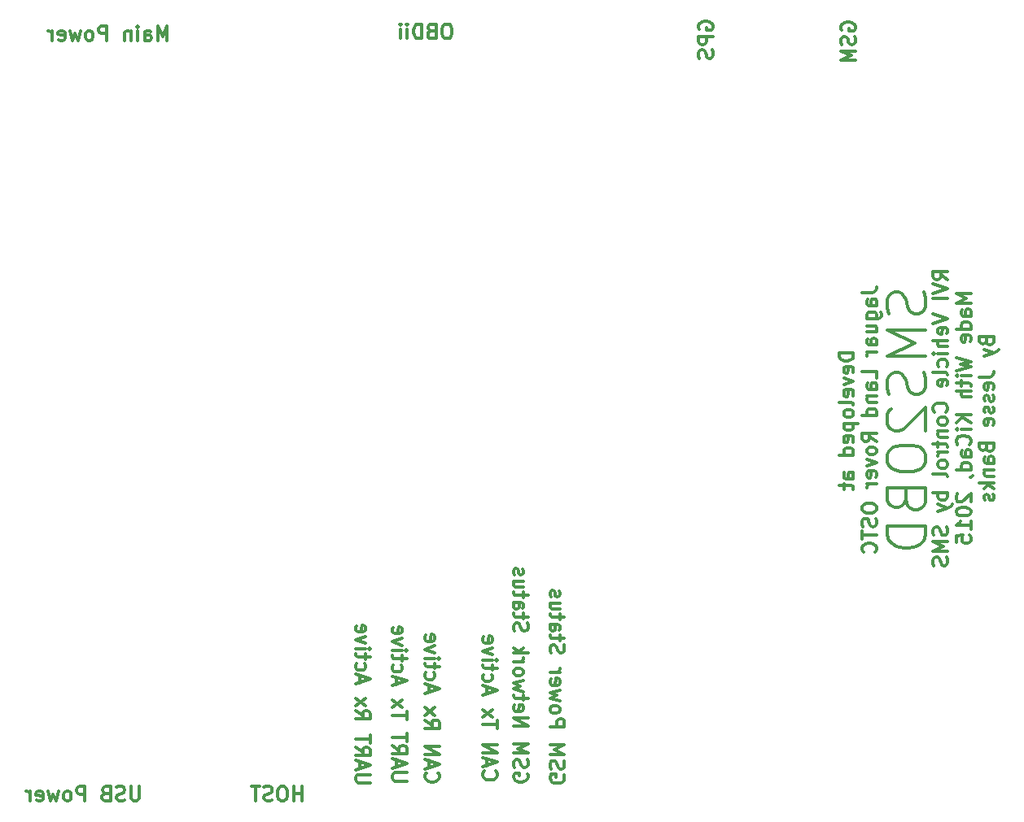
<source format=gbo>
G04 #@! TF.FileFunction,Legend,Bot*
%FSLAX46Y46*%
G04 Gerber Fmt 4.6, Leading zero omitted, Abs format (unit mm)*
G04 Created by KiCad (PCBNEW (2015-07-11 BZR 5925, Git c291b88)-product) date 8/5/2015 3:00:13 PM*
%MOMM*%
G01*
G04 APERTURE LIST*
%ADD10C,0.100000*%
%ADD11C,0.300000*%
G04 APERTURE END LIST*
D10*
D11*
X197078571Y-88000001D02*
X195578571Y-88000001D01*
X195578571Y-88357144D01*
X195650000Y-88571429D01*
X195792857Y-88714287D01*
X195935714Y-88785715D01*
X196221429Y-88857144D01*
X196435714Y-88857144D01*
X196721429Y-88785715D01*
X196864286Y-88714287D01*
X197007143Y-88571429D01*
X197078571Y-88357144D01*
X197078571Y-88000001D01*
X197007143Y-90071429D02*
X197078571Y-89928572D01*
X197078571Y-89642858D01*
X197007143Y-89500001D01*
X196864286Y-89428572D01*
X196292857Y-89428572D01*
X196150000Y-89500001D01*
X196078571Y-89642858D01*
X196078571Y-89928572D01*
X196150000Y-90071429D01*
X196292857Y-90142858D01*
X196435714Y-90142858D01*
X196578571Y-89428572D01*
X196078571Y-90642858D02*
X197078571Y-91000001D01*
X196078571Y-91357143D01*
X197007143Y-92500000D02*
X197078571Y-92357143D01*
X197078571Y-92071429D01*
X197007143Y-91928572D01*
X196864286Y-91857143D01*
X196292857Y-91857143D01*
X196150000Y-91928572D01*
X196078571Y-92071429D01*
X196078571Y-92357143D01*
X196150000Y-92500000D01*
X196292857Y-92571429D01*
X196435714Y-92571429D01*
X196578571Y-91857143D01*
X197078571Y-93428572D02*
X197007143Y-93285714D01*
X196864286Y-93214286D01*
X195578571Y-93214286D01*
X197078571Y-94214286D02*
X197007143Y-94071428D01*
X196935714Y-94000000D01*
X196792857Y-93928571D01*
X196364286Y-93928571D01*
X196221429Y-94000000D01*
X196150000Y-94071428D01*
X196078571Y-94214286D01*
X196078571Y-94428571D01*
X196150000Y-94571428D01*
X196221429Y-94642857D01*
X196364286Y-94714286D01*
X196792857Y-94714286D01*
X196935714Y-94642857D01*
X197007143Y-94571428D01*
X197078571Y-94428571D01*
X197078571Y-94214286D01*
X196078571Y-95357143D02*
X197578571Y-95357143D01*
X196150000Y-95357143D02*
X196078571Y-95500000D01*
X196078571Y-95785714D01*
X196150000Y-95928571D01*
X196221429Y-96000000D01*
X196364286Y-96071429D01*
X196792857Y-96071429D01*
X196935714Y-96000000D01*
X197007143Y-95928571D01*
X197078571Y-95785714D01*
X197078571Y-95500000D01*
X197007143Y-95357143D01*
X197007143Y-97285714D02*
X197078571Y-97142857D01*
X197078571Y-96857143D01*
X197007143Y-96714286D01*
X196864286Y-96642857D01*
X196292857Y-96642857D01*
X196150000Y-96714286D01*
X196078571Y-96857143D01*
X196078571Y-97142857D01*
X196150000Y-97285714D01*
X196292857Y-97357143D01*
X196435714Y-97357143D01*
X196578571Y-96642857D01*
X197078571Y-98642857D02*
X195578571Y-98642857D01*
X197007143Y-98642857D02*
X197078571Y-98500000D01*
X197078571Y-98214286D01*
X197007143Y-98071428D01*
X196935714Y-98000000D01*
X196792857Y-97928571D01*
X196364286Y-97928571D01*
X196221429Y-98000000D01*
X196150000Y-98071428D01*
X196078571Y-98214286D01*
X196078571Y-98500000D01*
X196150000Y-98642857D01*
X197078571Y-101142857D02*
X196292857Y-101142857D01*
X196150000Y-101071428D01*
X196078571Y-100928571D01*
X196078571Y-100642857D01*
X196150000Y-100500000D01*
X197007143Y-101142857D02*
X197078571Y-101000000D01*
X197078571Y-100642857D01*
X197007143Y-100500000D01*
X196864286Y-100428571D01*
X196721429Y-100428571D01*
X196578571Y-100500000D01*
X196507143Y-100642857D01*
X196507143Y-101000000D01*
X196435714Y-101142857D01*
X196078571Y-101642857D02*
X196078571Y-102214286D01*
X195578571Y-101857143D02*
X196864286Y-101857143D01*
X197007143Y-101928571D01*
X197078571Y-102071429D01*
X197078571Y-102214286D01*
X197978571Y-81750000D02*
X199050000Y-81750000D01*
X199264286Y-81678572D01*
X199407143Y-81535715D01*
X199478571Y-81321429D01*
X199478571Y-81178572D01*
X199478571Y-83107143D02*
X198692857Y-83107143D01*
X198550000Y-83035714D01*
X198478571Y-82892857D01*
X198478571Y-82607143D01*
X198550000Y-82464286D01*
X199407143Y-83107143D02*
X199478571Y-82964286D01*
X199478571Y-82607143D01*
X199407143Y-82464286D01*
X199264286Y-82392857D01*
X199121429Y-82392857D01*
X198978571Y-82464286D01*
X198907143Y-82607143D01*
X198907143Y-82964286D01*
X198835714Y-83107143D01*
X198478571Y-84464286D02*
X199692857Y-84464286D01*
X199835714Y-84392857D01*
X199907143Y-84321429D01*
X199978571Y-84178572D01*
X199978571Y-83964286D01*
X199907143Y-83821429D01*
X199407143Y-84464286D02*
X199478571Y-84321429D01*
X199478571Y-84035715D01*
X199407143Y-83892857D01*
X199335714Y-83821429D01*
X199192857Y-83750000D01*
X198764286Y-83750000D01*
X198621429Y-83821429D01*
X198550000Y-83892857D01*
X198478571Y-84035715D01*
X198478571Y-84321429D01*
X198550000Y-84464286D01*
X198478571Y-85821429D02*
X199478571Y-85821429D01*
X198478571Y-85178572D02*
X199264286Y-85178572D01*
X199407143Y-85250000D01*
X199478571Y-85392858D01*
X199478571Y-85607143D01*
X199407143Y-85750000D01*
X199335714Y-85821429D01*
X199478571Y-87178572D02*
X198692857Y-87178572D01*
X198550000Y-87107143D01*
X198478571Y-86964286D01*
X198478571Y-86678572D01*
X198550000Y-86535715D01*
X199407143Y-87178572D02*
X199478571Y-87035715D01*
X199478571Y-86678572D01*
X199407143Y-86535715D01*
X199264286Y-86464286D01*
X199121429Y-86464286D01*
X198978571Y-86535715D01*
X198907143Y-86678572D01*
X198907143Y-87035715D01*
X198835714Y-87178572D01*
X199478571Y-87892858D02*
X198478571Y-87892858D01*
X198764286Y-87892858D02*
X198621429Y-87964286D01*
X198550000Y-88035715D01*
X198478571Y-88178572D01*
X198478571Y-88321429D01*
X199478571Y-90678572D02*
X199478571Y-89964286D01*
X197978571Y-89964286D01*
X199478571Y-91821429D02*
X198692857Y-91821429D01*
X198550000Y-91750000D01*
X198478571Y-91607143D01*
X198478571Y-91321429D01*
X198550000Y-91178572D01*
X199407143Y-91821429D02*
X199478571Y-91678572D01*
X199478571Y-91321429D01*
X199407143Y-91178572D01*
X199264286Y-91107143D01*
X199121429Y-91107143D01*
X198978571Y-91178572D01*
X198907143Y-91321429D01*
X198907143Y-91678572D01*
X198835714Y-91821429D01*
X198478571Y-92535715D02*
X199478571Y-92535715D01*
X198621429Y-92535715D02*
X198550000Y-92607143D01*
X198478571Y-92750001D01*
X198478571Y-92964286D01*
X198550000Y-93107143D01*
X198692857Y-93178572D01*
X199478571Y-93178572D01*
X199478571Y-94535715D02*
X197978571Y-94535715D01*
X199407143Y-94535715D02*
X199478571Y-94392858D01*
X199478571Y-94107144D01*
X199407143Y-93964286D01*
X199335714Y-93892858D01*
X199192857Y-93821429D01*
X198764286Y-93821429D01*
X198621429Y-93892858D01*
X198550000Y-93964286D01*
X198478571Y-94107144D01*
X198478571Y-94392858D01*
X198550000Y-94535715D01*
X199478571Y-97250001D02*
X198764286Y-96750001D01*
X199478571Y-96392858D02*
X197978571Y-96392858D01*
X197978571Y-96964286D01*
X198050000Y-97107144D01*
X198121429Y-97178572D01*
X198264286Y-97250001D01*
X198478571Y-97250001D01*
X198621429Y-97178572D01*
X198692857Y-97107144D01*
X198764286Y-96964286D01*
X198764286Y-96392858D01*
X199478571Y-98107144D02*
X199407143Y-97964286D01*
X199335714Y-97892858D01*
X199192857Y-97821429D01*
X198764286Y-97821429D01*
X198621429Y-97892858D01*
X198550000Y-97964286D01*
X198478571Y-98107144D01*
X198478571Y-98321429D01*
X198550000Y-98464286D01*
X198621429Y-98535715D01*
X198764286Y-98607144D01*
X199192857Y-98607144D01*
X199335714Y-98535715D01*
X199407143Y-98464286D01*
X199478571Y-98321429D01*
X199478571Y-98107144D01*
X198478571Y-99107144D02*
X199478571Y-99464287D01*
X198478571Y-99821429D01*
X199407143Y-100964286D02*
X199478571Y-100821429D01*
X199478571Y-100535715D01*
X199407143Y-100392858D01*
X199264286Y-100321429D01*
X198692857Y-100321429D01*
X198550000Y-100392858D01*
X198478571Y-100535715D01*
X198478571Y-100821429D01*
X198550000Y-100964286D01*
X198692857Y-101035715D01*
X198835714Y-101035715D01*
X198978571Y-100321429D01*
X199478571Y-101678572D02*
X198478571Y-101678572D01*
X198764286Y-101678572D02*
X198621429Y-101750000D01*
X198550000Y-101821429D01*
X198478571Y-101964286D01*
X198478571Y-102107143D01*
X197978571Y-104035714D02*
X197978571Y-104321428D01*
X198050000Y-104464286D01*
X198192857Y-104607143D01*
X198478571Y-104678571D01*
X198978571Y-104678571D01*
X199264286Y-104607143D01*
X199407143Y-104464286D01*
X199478571Y-104321428D01*
X199478571Y-104035714D01*
X199407143Y-103892857D01*
X199264286Y-103750000D01*
X198978571Y-103678571D01*
X198478571Y-103678571D01*
X198192857Y-103750000D01*
X198050000Y-103892857D01*
X197978571Y-104035714D01*
X199407143Y-105250000D02*
X199478571Y-105464286D01*
X199478571Y-105821429D01*
X199407143Y-105964286D01*
X199335714Y-106035715D01*
X199192857Y-106107143D01*
X199050000Y-106107143D01*
X198907143Y-106035715D01*
X198835714Y-105964286D01*
X198764286Y-105821429D01*
X198692857Y-105535715D01*
X198621429Y-105392857D01*
X198550000Y-105321429D01*
X198407143Y-105250000D01*
X198264286Y-105250000D01*
X198121429Y-105321429D01*
X198050000Y-105392857D01*
X197978571Y-105535715D01*
X197978571Y-105892857D01*
X198050000Y-106107143D01*
X197978571Y-106535714D02*
X197978571Y-107392857D01*
X199478571Y-106964286D02*
X197978571Y-106964286D01*
X199335714Y-108750000D02*
X199407143Y-108678571D01*
X199478571Y-108464285D01*
X199478571Y-108321428D01*
X199407143Y-108107143D01*
X199264286Y-107964285D01*
X199121429Y-107892857D01*
X198835714Y-107821428D01*
X198621429Y-107821428D01*
X198335714Y-107892857D01*
X198192857Y-107964285D01*
X198050000Y-108107143D01*
X197978571Y-108321428D01*
X197978571Y-108464285D01*
X198050000Y-108678571D01*
X198121429Y-108750000D01*
X139700000Y-134678571D02*
X139700000Y-133178571D01*
X139700000Y-133892857D02*
X138842857Y-133892857D01*
X138842857Y-134678571D02*
X138842857Y-133178571D01*
X137842857Y-133178571D02*
X137557143Y-133178571D01*
X137414285Y-133250000D01*
X137271428Y-133392857D01*
X137200000Y-133678571D01*
X137200000Y-134178571D01*
X137271428Y-134464286D01*
X137414285Y-134607143D01*
X137557143Y-134678571D01*
X137842857Y-134678571D01*
X137985714Y-134607143D01*
X138128571Y-134464286D01*
X138200000Y-134178571D01*
X138200000Y-133678571D01*
X138128571Y-133392857D01*
X137985714Y-133250000D01*
X137842857Y-133178571D01*
X136628571Y-134607143D02*
X136414285Y-134678571D01*
X136057142Y-134678571D01*
X135914285Y-134607143D01*
X135842856Y-134535714D01*
X135771428Y-134392857D01*
X135771428Y-134250000D01*
X135842856Y-134107143D01*
X135914285Y-134035714D01*
X136057142Y-133964286D01*
X136342856Y-133892857D01*
X136485714Y-133821429D01*
X136557142Y-133750000D01*
X136628571Y-133607143D01*
X136628571Y-133464286D01*
X136557142Y-133321429D01*
X136485714Y-133250000D01*
X136342856Y-133178571D01*
X135985714Y-133178571D01*
X135771428Y-133250000D01*
X135342857Y-133178571D02*
X134485714Y-133178571D01*
X134914285Y-134678571D02*
X134914285Y-133178571D01*
X122785714Y-133178571D02*
X122785714Y-134392857D01*
X122714286Y-134535714D01*
X122642857Y-134607143D01*
X122500000Y-134678571D01*
X122214286Y-134678571D01*
X122071428Y-134607143D01*
X122000000Y-134535714D01*
X121928571Y-134392857D01*
X121928571Y-133178571D01*
X121285714Y-134607143D02*
X121071428Y-134678571D01*
X120714285Y-134678571D01*
X120571428Y-134607143D01*
X120499999Y-134535714D01*
X120428571Y-134392857D01*
X120428571Y-134250000D01*
X120499999Y-134107143D01*
X120571428Y-134035714D01*
X120714285Y-133964286D01*
X120999999Y-133892857D01*
X121142857Y-133821429D01*
X121214285Y-133750000D01*
X121285714Y-133607143D01*
X121285714Y-133464286D01*
X121214285Y-133321429D01*
X121142857Y-133250000D01*
X120999999Y-133178571D01*
X120642857Y-133178571D01*
X120428571Y-133250000D01*
X119285714Y-133892857D02*
X119071428Y-133964286D01*
X119000000Y-134035714D01*
X118928571Y-134178571D01*
X118928571Y-134392857D01*
X119000000Y-134535714D01*
X119071428Y-134607143D01*
X119214286Y-134678571D01*
X119785714Y-134678571D01*
X119785714Y-133178571D01*
X119285714Y-133178571D01*
X119142857Y-133250000D01*
X119071428Y-133321429D01*
X119000000Y-133464286D01*
X119000000Y-133607143D01*
X119071428Y-133750000D01*
X119142857Y-133821429D01*
X119285714Y-133892857D01*
X119785714Y-133892857D01*
X117142857Y-134678571D02*
X117142857Y-133178571D01*
X116571429Y-133178571D01*
X116428571Y-133250000D01*
X116357143Y-133321429D01*
X116285714Y-133464286D01*
X116285714Y-133678571D01*
X116357143Y-133821429D01*
X116428571Y-133892857D01*
X116571429Y-133964286D01*
X117142857Y-133964286D01*
X115428571Y-134678571D02*
X115571429Y-134607143D01*
X115642857Y-134535714D01*
X115714286Y-134392857D01*
X115714286Y-133964286D01*
X115642857Y-133821429D01*
X115571429Y-133750000D01*
X115428571Y-133678571D01*
X115214286Y-133678571D01*
X115071429Y-133750000D01*
X115000000Y-133821429D01*
X114928571Y-133964286D01*
X114928571Y-134392857D01*
X115000000Y-134535714D01*
X115071429Y-134607143D01*
X115214286Y-134678571D01*
X115428571Y-134678571D01*
X114428571Y-133678571D02*
X114142857Y-134678571D01*
X113857143Y-133964286D01*
X113571428Y-134678571D01*
X113285714Y-133678571D01*
X112142857Y-134607143D02*
X112285714Y-134678571D01*
X112571428Y-134678571D01*
X112714285Y-134607143D01*
X112785714Y-134464286D01*
X112785714Y-133892857D01*
X112714285Y-133750000D01*
X112571428Y-133678571D01*
X112285714Y-133678571D01*
X112142857Y-133750000D01*
X112071428Y-133892857D01*
X112071428Y-134035714D01*
X112785714Y-134178571D01*
X111428571Y-134678571D02*
X111428571Y-133678571D01*
X111428571Y-133964286D02*
X111357143Y-133821429D01*
X111285714Y-133750000D01*
X111142857Y-133678571D01*
X111000000Y-133678571D01*
X154957143Y-53778571D02*
X154671429Y-53778571D01*
X154528571Y-53850000D01*
X154385714Y-53992857D01*
X154314286Y-54278571D01*
X154314286Y-54778571D01*
X154385714Y-55064286D01*
X154528571Y-55207143D01*
X154671429Y-55278571D01*
X154957143Y-55278571D01*
X155100000Y-55207143D01*
X155242857Y-55064286D01*
X155314286Y-54778571D01*
X155314286Y-54278571D01*
X155242857Y-53992857D01*
X155100000Y-53850000D01*
X154957143Y-53778571D01*
X153171428Y-54492857D02*
X152957142Y-54564286D01*
X152885714Y-54635714D01*
X152814285Y-54778571D01*
X152814285Y-54992857D01*
X152885714Y-55135714D01*
X152957142Y-55207143D01*
X153100000Y-55278571D01*
X153671428Y-55278571D01*
X153671428Y-53778571D01*
X153171428Y-53778571D01*
X153028571Y-53850000D01*
X152957142Y-53921429D01*
X152885714Y-54064286D01*
X152885714Y-54207143D01*
X152957142Y-54350000D01*
X153028571Y-54421429D01*
X153171428Y-54492857D01*
X153671428Y-54492857D01*
X152171428Y-55278571D02*
X152171428Y-53778571D01*
X151814285Y-53778571D01*
X151600000Y-53850000D01*
X151457142Y-53992857D01*
X151385714Y-54135714D01*
X151314285Y-54421429D01*
X151314285Y-54635714D01*
X151385714Y-54921429D01*
X151457142Y-55064286D01*
X151600000Y-55207143D01*
X151814285Y-55278571D01*
X152171428Y-55278571D01*
X150671428Y-55278571D02*
X150671428Y-54278571D01*
X150671428Y-53778571D02*
X150742857Y-53850000D01*
X150671428Y-53921429D01*
X150600000Y-53850000D01*
X150671428Y-53778571D01*
X150671428Y-53921429D01*
X149957142Y-55278571D02*
X149957142Y-54278571D01*
X149957142Y-53778571D02*
X150028571Y-53850000D01*
X149957142Y-53921429D01*
X149885714Y-53850000D01*
X149957142Y-53778571D01*
X149957142Y-53921429D01*
X125707143Y-55478571D02*
X125707143Y-53978571D01*
X125207143Y-55050000D01*
X124707143Y-53978571D01*
X124707143Y-55478571D01*
X123350000Y-55478571D02*
X123350000Y-54692857D01*
X123421429Y-54550000D01*
X123564286Y-54478571D01*
X123850000Y-54478571D01*
X123992857Y-54550000D01*
X123350000Y-55407143D02*
X123492857Y-55478571D01*
X123850000Y-55478571D01*
X123992857Y-55407143D01*
X124064286Y-55264286D01*
X124064286Y-55121429D01*
X123992857Y-54978571D01*
X123850000Y-54907143D01*
X123492857Y-54907143D01*
X123350000Y-54835714D01*
X122635714Y-55478571D02*
X122635714Y-54478571D01*
X122635714Y-53978571D02*
X122707143Y-54050000D01*
X122635714Y-54121429D01*
X122564286Y-54050000D01*
X122635714Y-53978571D01*
X122635714Y-54121429D01*
X121921428Y-54478571D02*
X121921428Y-55478571D01*
X121921428Y-54621429D02*
X121850000Y-54550000D01*
X121707142Y-54478571D01*
X121492857Y-54478571D01*
X121350000Y-54550000D01*
X121278571Y-54692857D01*
X121278571Y-55478571D01*
X119421428Y-55478571D02*
X119421428Y-53978571D01*
X118850000Y-53978571D01*
X118707142Y-54050000D01*
X118635714Y-54121429D01*
X118564285Y-54264286D01*
X118564285Y-54478571D01*
X118635714Y-54621429D01*
X118707142Y-54692857D01*
X118850000Y-54764286D01*
X119421428Y-54764286D01*
X117707142Y-55478571D02*
X117850000Y-55407143D01*
X117921428Y-55335714D01*
X117992857Y-55192857D01*
X117992857Y-54764286D01*
X117921428Y-54621429D01*
X117850000Y-54550000D01*
X117707142Y-54478571D01*
X117492857Y-54478571D01*
X117350000Y-54550000D01*
X117278571Y-54621429D01*
X117207142Y-54764286D01*
X117207142Y-55192857D01*
X117278571Y-55335714D01*
X117350000Y-55407143D01*
X117492857Y-55478571D01*
X117707142Y-55478571D01*
X116707142Y-54478571D02*
X116421428Y-55478571D01*
X116135714Y-54764286D01*
X115849999Y-55478571D01*
X115564285Y-54478571D01*
X114421428Y-55407143D02*
X114564285Y-55478571D01*
X114849999Y-55478571D01*
X114992856Y-55407143D01*
X115064285Y-55264286D01*
X115064285Y-54692857D01*
X114992856Y-54550000D01*
X114849999Y-54478571D01*
X114564285Y-54478571D01*
X114421428Y-54550000D01*
X114349999Y-54692857D01*
X114349999Y-54835714D01*
X115064285Y-54978571D01*
X113707142Y-55478571D02*
X113707142Y-54478571D01*
X113707142Y-54764286D02*
X113635714Y-54621429D01*
X113564285Y-54550000D01*
X113421428Y-54478571D01*
X113278571Y-54478571D01*
X146821429Y-132778571D02*
X145607143Y-132778571D01*
X145464286Y-132707143D01*
X145392857Y-132635714D01*
X145321429Y-132492857D01*
X145321429Y-132207143D01*
X145392857Y-132064285D01*
X145464286Y-131992857D01*
X145607143Y-131921428D01*
X146821429Y-131921428D01*
X145750000Y-131278571D02*
X145750000Y-130564285D01*
X145321429Y-131421428D02*
X146821429Y-130921428D01*
X145321429Y-130421428D01*
X145321429Y-129064285D02*
X146035714Y-129564285D01*
X145321429Y-129921428D02*
X146821429Y-129921428D01*
X146821429Y-129350000D01*
X146750000Y-129207142D01*
X146678571Y-129135714D01*
X146535714Y-129064285D01*
X146321429Y-129064285D01*
X146178571Y-129135714D01*
X146107143Y-129207142D01*
X146035714Y-129350000D01*
X146035714Y-129921428D01*
X146821429Y-128635714D02*
X146821429Y-127778571D01*
X145321429Y-128207142D02*
X146821429Y-128207142D01*
X145321429Y-125278571D02*
X146035714Y-125778571D01*
X145321429Y-126135714D02*
X146821429Y-126135714D01*
X146821429Y-125564286D01*
X146750000Y-125421428D01*
X146678571Y-125350000D01*
X146535714Y-125278571D01*
X146321429Y-125278571D01*
X146178571Y-125350000D01*
X146107143Y-125421428D01*
X146035714Y-125564286D01*
X146035714Y-126135714D01*
X145321429Y-124778571D02*
X146321429Y-123992857D01*
X146321429Y-124778571D02*
X145321429Y-123992857D01*
X145750000Y-122350000D02*
X145750000Y-121635714D01*
X145321429Y-122492857D02*
X146821429Y-121992857D01*
X145321429Y-121492857D01*
X145392857Y-120350000D02*
X145321429Y-120492857D01*
X145321429Y-120778571D01*
X145392857Y-120921429D01*
X145464286Y-120992857D01*
X145607143Y-121064286D01*
X146035714Y-121064286D01*
X146178571Y-120992857D01*
X146250000Y-120921429D01*
X146321429Y-120778571D01*
X146321429Y-120492857D01*
X146250000Y-120350000D01*
X146321429Y-119921429D02*
X146321429Y-119350000D01*
X146821429Y-119707143D02*
X145535714Y-119707143D01*
X145392857Y-119635715D01*
X145321429Y-119492857D01*
X145321429Y-119350000D01*
X145321429Y-118850000D02*
X146321429Y-118850000D01*
X146821429Y-118850000D02*
X146750000Y-118921429D01*
X146678571Y-118850000D01*
X146750000Y-118778572D01*
X146821429Y-118850000D01*
X146678571Y-118850000D01*
X146321429Y-118278571D02*
X145321429Y-117921428D01*
X146321429Y-117564286D01*
X145392857Y-116421429D02*
X145321429Y-116564286D01*
X145321429Y-116850000D01*
X145392857Y-116992857D01*
X145535714Y-117064286D01*
X146107143Y-117064286D01*
X146250000Y-116992857D01*
X146321429Y-116850000D01*
X146321429Y-116564286D01*
X146250000Y-116421429D01*
X146107143Y-116350000D01*
X145964286Y-116350000D01*
X145821429Y-117064286D01*
X150621429Y-132599999D02*
X149407143Y-132599999D01*
X149264286Y-132528571D01*
X149192857Y-132457142D01*
X149121429Y-132314285D01*
X149121429Y-132028571D01*
X149192857Y-131885713D01*
X149264286Y-131814285D01*
X149407143Y-131742856D01*
X150621429Y-131742856D01*
X149550000Y-131099999D02*
X149550000Y-130385713D01*
X149121429Y-131242856D02*
X150621429Y-130742856D01*
X149121429Y-130242856D01*
X149121429Y-128885713D02*
X149835714Y-129385713D01*
X149121429Y-129742856D02*
X150621429Y-129742856D01*
X150621429Y-129171428D01*
X150550000Y-129028570D01*
X150478571Y-128957142D01*
X150335714Y-128885713D01*
X150121429Y-128885713D01*
X149978571Y-128957142D01*
X149907143Y-129028570D01*
X149835714Y-129171428D01*
X149835714Y-129742856D01*
X150621429Y-128457142D02*
X150621429Y-127599999D01*
X149121429Y-128028570D02*
X150621429Y-128028570D01*
X150621429Y-126171428D02*
X150621429Y-125314285D01*
X149121429Y-125742856D02*
X150621429Y-125742856D01*
X149121429Y-124957142D02*
X150121429Y-124171428D01*
X150121429Y-124957142D02*
X149121429Y-124171428D01*
X149550000Y-122528571D02*
X149550000Y-121814285D01*
X149121429Y-122671428D02*
X150621429Y-122171428D01*
X149121429Y-121671428D01*
X149192857Y-120528571D02*
X149121429Y-120671428D01*
X149121429Y-120957142D01*
X149192857Y-121100000D01*
X149264286Y-121171428D01*
X149407143Y-121242857D01*
X149835714Y-121242857D01*
X149978571Y-121171428D01*
X150050000Y-121100000D01*
X150121429Y-120957142D01*
X150121429Y-120671428D01*
X150050000Y-120528571D01*
X150121429Y-120100000D02*
X150121429Y-119528571D01*
X150621429Y-119885714D02*
X149335714Y-119885714D01*
X149192857Y-119814286D01*
X149121429Y-119671428D01*
X149121429Y-119528571D01*
X149121429Y-119028571D02*
X150121429Y-119028571D01*
X150621429Y-119028571D02*
X150550000Y-119100000D01*
X150478571Y-119028571D01*
X150550000Y-118957143D01*
X150621429Y-119028571D01*
X150478571Y-119028571D01*
X150121429Y-118457142D02*
X149121429Y-118099999D01*
X150121429Y-117742857D01*
X149192857Y-116600000D02*
X149121429Y-116742857D01*
X149121429Y-117028571D01*
X149192857Y-117171428D01*
X149335714Y-117242857D01*
X149907143Y-117242857D01*
X150050000Y-117171428D01*
X150121429Y-117028571D01*
X150121429Y-116742857D01*
X150050000Y-116600000D01*
X149907143Y-116528571D01*
X149764286Y-116528571D01*
X149621429Y-117242857D01*
X152664286Y-131749999D02*
X152592857Y-131821428D01*
X152521429Y-132035714D01*
X152521429Y-132178571D01*
X152592857Y-132392856D01*
X152735714Y-132535714D01*
X152878571Y-132607142D01*
X153164286Y-132678571D01*
X153378571Y-132678571D01*
X153664286Y-132607142D01*
X153807143Y-132535714D01*
X153950000Y-132392856D01*
X154021429Y-132178571D01*
X154021429Y-132035714D01*
X153950000Y-131821428D01*
X153878571Y-131749999D01*
X152950000Y-131178571D02*
X152950000Y-130464285D01*
X152521429Y-131321428D02*
X154021429Y-130821428D01*
X152521429Y-130321428D01*
X152521429Y-129821428D02*
X154021429Y-129821428D01*
X152521429Y-128964285D01*
X154021429Y-128964285D01*
X152521429Y-126249999D02*
X153235714Y-126749999D01*
X152521429Y-127107142D02*
X154021429Y-127107142D01*
X154021429Y-126535714D01*
X153950000Y-126392856D01*
X153878571Y-126321428D01*
X153735714Y-126249999D01*
X153521429Y-126249999D01*
X153378571Y-126321428D01*
X153307143Y-126392856D01*
X153235714Y-126535714D01*
X153235714Y-127107142D01*
X152521429Y-125749999D02*
X153521429Y-124964285D01*
X153521429Y-125749999D02*
X152521429Y-124964285D01*
X152950000Y-123321428D02*
X152950000Y-122607142D01*
X152521429Y-123464285D02*
X154021429Y-122964285D01*
X152521429Y-122464285D01*
X152592857Y-121321428D02*
X152521429Y-121464285D01*
X152521429Y-121749999D01*
X152592857Y-121892857D01*
X152664286Y-121964285D01*
X152807143Y-122035714D01*
X153235714Y-122035714D01*
X153378571Y-121964285D01*
X153450000Y-121892857D01*
X153521429Y-121749999D01*
X153521429Y-121464285D01*
X153450000Y-121321428D01*
X153521429Y-120892857D02*
X153521429Y-120321428D01*
X154021429Y-120678571D02*
X152735714Y-120678571D01*
X152592857Y-120607143D01*
X152521429Y-120464285D01*
X152521429Y-120321428D01*
X152521429Y-119821428D02*
X153521429Y-119821428D01*
X154021429Y-119821428D02*
X153950000Y-119892857D01*
X153878571Y-119821428D01*
X153950000Y-119750000D01*
X154021429Y-119821428D01*
X153878571Y-119821428D01*
X153521429Y-119249999D02*
X152521429Y-118892856D01*
X153521429Y-118535714D01*
X152592857Y-117392857D02*
X152521429Y-117535714D01*
X152521429Y-117821428D01*
X152592857Y-117964285D01*
X152735714Y-118035714D01*
X153307143Y-118035714D01*
X153450000Y-117964285D01*
X153521429Y-117821428D01*
X153521429Y-117535714D01*
X153450000Y-117392857D01*
X153307143Y-117321428D01*
X153164286Y-117321428D01*
X153021429Y-118035714D01*
X158664286Y-131571428D02*
X158592857Y-131642857D01*
X158521429Y-131857143D01*
X158521429Y-132000000D01*
X158592857Y-132214285D01*
X158735714Y-132357143D01*
X158878571Y-132428571D01*
X159164286Y-132500000D01*
X159378571Y-132500000D01*
X159664286Y-132428571D01*
X159807143Y-132357143D01*
X159950000Y-132214285D01*
X160021429Y-132000000D01*
X160021429Y-131857143D01*
X159950000Y-131642857D01*
X159878571Y-131571428D01*
X158950000Y-131000000D02*
X158950000Y-130285714D01*
X158521429Y-131142857D02*
X160021429Y-130642857D01*
X158521429Y-130142857D01*
X158521429Y-129642857D02*
X160021429Y-129642857D01*
X158521429Y-128785714D01*
X160021429Y-128785714D01*
X160021429Y-127142857D02*
X160021429Y-126285714D01*
X158521429Y-126714285D02*
X160021429Y-126714285D01*
X158521429Y-125928571D02*
X159521429Y-125142857D01*
X159521429Y-125928571D02*
X158521429Y-125142857D01*
X158950000Y-123500000D02*
X158950000Y-122785714D01*
X158521429Y-123642857D02*
X160021429Y-123142857D01*
X158521429Y-122642857D01*
X158592857Y-121500000D02*
X158521429Y-121642857D01*
X158521429Y-121928571D01*
X158592857Y-122071429D01*
X158664286Y-122142857D01*
X158807143Y-122214286D01*
X159235714Y-122214286D01*
X159378571Y-122142857D01*
X159450000Y-122071429D01*
X159521429Y-121928571D01*
X159521429Y-121642857D01*
X159450000Y-121500000D01*
X159521429Y-121071429D02*
X159521429Y-120500000D01*
X160021429Y-120857143D02*
X158735714Y-120857143D01*
X158592857Y-120785715D01*
X158521429Y-120642857D01*
X158521429Y-120500000D01*
X158521429Y-120000000D02*
X159521429Y-120000000D01*
X160021429Y-120000000D02*
X159950000Y-120071429D01*
X159878571Y-120000000D01*
X159950000Y-119928572D01*
X160021429Y-120000000D01*
X159878571Y-120000000D01*
X159521429Y-119428571D02*
X158521429Y-119071428D01*
X159521429Y-118714286D01*
X158592857Y-117571429D02*
X158521429Y-117714286D01*
X158521429Y-118000000D01*
X158592857Y-118142857D01*
X158735714Y-118214286D01*
X159307143Y-118214286D01*
X159450000Y-118142857D01*
X159521429Y-118000000D01*
X159521429Y-117714286D01*
X159450000Y-117571429D01*
X159307143Y-117500000D01*
X159164286Y-117500000D01*
X159021429Y-118214286D01*
X166950000Y-131978571D02*
X167021429Y-132121428D01*
X167021429Y-132335714D01*
X166950000Y-132549999D01*
X166807143Y-132692857D01*
X166664286Y-132764285D01*
X166378571Y-132835714D01*
X166164286Y-132835714D01*
X165878571Y-132764285D01*
X165735714Y-132692857D01*
X165592857Y-132549999D01*
X165521429Y-132335714D01*
X165521429Y-132192857D01*
X165592857Y-131978571D01*
X165664286Y-131907142D01*
X166164286Y-131907142D01*
X166164286Y-132192857D01*
X165592857Y-131335714D02*
X165521429Y-131121428D01*
X165521429Y-130764285D01*
X165592857Y-130621428D01*
X165664286Y-130549999D01*
X165807143Y-130478571D01*
X165950000Y-130478571D01*
X166092857Y-130549999D01*
X166164286Y-130621428D01*
X166235714Y-130764285D01*
X166307143Y-131049999D01*
X166378571Y-131192857D01*
X166450000Y-131264285D01*
X166592857Y-131335714D01*
X166735714Y-131335714D01*
X166878571Y-131264285D01*
X166950000Y-131192857D01*
X167021429Y-131049999D01*
X167021429Y-130692857D01*
X166950000Y-130478571D01*
X165521429Y-129835714D02*
X167021429Y-129835714D01*
X165950000Y-129335714D01*
X167021429Y-128835714D01*
X165521429Y-128835714D01*
X165521429Y-126978571D02*
X167021429Y-126978571D01*
X167021429Y-126407143D01*
X166950000Y-126264285D01*
X166878571Y-126192857D01*
X166735714Y-126121428D01*
X166521429Y-126121428D01*
X166378571Y-126192857D01*
X166307143Y-126264285D01*
X166235714Y-126407143D01*
X166235714Y-126978571D01*
X165521429Y-125264285D02*
X165592857Y-125407143D01*
X165664286Y-125478571D01*
X165807143Y-125550000D01*
X166235714Y-125550000D01*
X166378571Y-125478571D01*
X166450000Y-125407143D01*
X166521429Y-125264285D01*
X166521429Y-125050000D01*
X166450000Y-124907143D01*
X166378571Y-124835714D01*
X166235714Y-124764285D01*
X165807143Y-124764285D01*
X165664286Y-124835714D01*
X165592857Y-124907143D01*
X165521429Y-125050000D01*
X165521429Y-125264285D01*
X166521429Y-124264285D02*
X165521429Y-123978571D01*
X166235714Y-123692857D01*
X165521429Y-123407142D01*
X166521429Y-123121428D01*
X165592857Y-121978571D02*
X165521429Y-122121428D01*
X165521429Y-122407142D01*
X165592857Y-122549999D01*
X165735714Y-122621428D01*
X166307143Y-122621428D01*
X166450000Y-122549999D01*
X166521429Y-122407142D01*
X166521429Y-122121428D01*
X166450000Y-121978571D01*
X166307143Y-121907142D01*
X166164286Y-121907142D01*
X166021429Y-122621428D01*
X165521429Y-121264285D02*
X166521429Y-121264285D01*
X166235714Y-121264285D02*
X166378571Y-121192857D01*
X166450000Y-121121428D01*
X166521429Y-120978571D01*
X166521429Y-120835714D01*
X165592857Y-119264286D02*
X165521429Y-119050000D01*
X165521429Y-118692857D01*
X165592857Y-118550000D01*
X165664286Y-118478571D01*
X165807143Y-118407143D01*
X165950000Y-118407143D01*
X166092857Y-118478571D01*
X166164286Y-118550000D01*
X166235714Y-118692857D01*
X166307143Y-118978571D01*
X166378571Y-119121429D01*
X166450000Y-119192857D01*
X166592857Y-119264286D01*
X166735714Y-119264286D01*
X166878571Y-119192857D01*
X166950000Y-119121429D01*
X167021429Y-118978571D01*
X167021429Y-118621429D01*
X166950000Y-118407143D01*
X166521429Y-117978572D02*
X166521429Y-117407143D01*
X167021429Y-117764286D02*
X165735714Y-117764286D01*
X165592857Y-117692858D01*
X165521429Y-117550000D01*
X165521429Y-117407143D01*
X165521429Y-116264286D02*
X166307143Y-116264286D01*
X166450000Y-116335715D01*
X166521429Y-116478572D01*
X166521429Y-116764286D01*
X166450000Y-116907143D01*
X165592857Y-116264286D02*
X165521429Y-116407143D01*
X165521429Y-116764286D01*
X165592857Y-116907143D01*
X165735714Y-116978572D01*
X165878571Y-116978572D01*
X166021429Y-116907143D01*
X166092857Y-116764286D01*
X166092857Y-116407143D01*
X166164286Y-116264286D01*
X166521429Y-115764286D02*
X166521429Y-115192857D01*
X167021429Y-115550000D02*
X165735714Y-115550000D01*
X165592857Y-115478572D01*
X165521429Y-115335714D01*
X165521429Y-115192857D01*
X166521429Y-114050000D02*
X165521429Y-114050000D01*
X166521429Y-114692857D02*
X165735714Y-114692857D01*
X165592857Y-114621429D01*
X165521429Y-114478571D01*
X165521429Y-114264286D01*
X165592857Y-114121429D01*
X165664286Y-114050000D01*
X165592857Y-113407143D02*
X165521429Y-113264286D01*
X165521429Y-112978571D01*
X165592857Y-112835714D01*
X165735714Y-112764286D01*
X165807143Y-112764286D01*
X165950000Y-112835714D01*
X166021429Y-112978571D01*
X166021429Y-113192857D01*
X166092857Y-113335714D01*
X166235714Y-113407143D01*
X166307143Y-113407143D01*
X166450000Y-113335714D01*
X166521429Y-113192857D01*
X166521429Y-112978571D01*
X166450000Y-112835714D01*
X163150000Y-131850000D02*
X163221429Y-131992857D01*
X163221429Y-132207143D01*
X163150000Y-132421428D01*
X163007143Y-132564286D01*
X162864286Y-132635714D01*
X162578571Y-132707143D01*
X162364286Y-132707143D01*
X162078571Y-132635714D01*
X161935714Y-132564286D01*
X161792857Y-132421428D01*
X161721429Y-132207143D01*
X161721429Y-132064286D01*
X161792857Y-131850000D01*
X161864286Y-131778571D01*
X162364286Y-131778571D01*
X162364286Y-132064286D01*
X161792857Y-131207143D02*
X161721429Y-130992857D01*
X161721429Y-130635714D01*
X161792857Y-130492857D01*
X161864286Y-130421428D01*
X162007143Y-130350000D01*
X162150000Y-130350000D01*
X162292857Y-130421428D01*
X162364286Y-130492857D01*
X162435714Y-130635714D01*
X162507143Y-130921428D01*
X162578571Y-131064286D01*
X162650000Y-131135714D01*
X162792857Y-131207143D01*
X162935714Y-131207143D01*
X163078571Y-131135714D01*
X163150000Y-131064286D01*
X163221429Y-130921428D01*
X163221429Y-130564286D01*
X163150000Y-130350000D01*
X161721429Y-129707143D02*
X163221429Y-129707143D01*
X162150000Y-129207143D01*
X163221429Y-128707143D01*
X161721429Y-128707143D01*
X161721429Y-126850000D02*
X163221429Y-126850000D01*
X161721429Y-125992857D01*
X163221429Y-125992857D01*
X161792857Y-124707143D02*
X161721429Y-124850000D01*
X161721429Y-125135714D01*
X161792857Y-125278571D01*
X161935714Y-125350000D01*
X162507143Y-125350000D01*
X162650000Y-125278571D01*
X162721429Y-125135714D01*
X162721429Y-124850000D01*
X162650000Y-124707143D01*
X162507143Y-124635714D01*
X162364286Y-124635714D01*
X162221429Y-125350000D01*
X162721429Y-124207143D02*
X162721429Y-123635714D01*
X163221429Y-123992857D02*
X161935714Y-123992857D01*
X161792857Y-123921429D01*
X161721429Y-123778571D01*
X161721429Y-123635714D01*
X162721429Y-123278571D02*
X161721429Y-122992857D01*
X162435714Y-122707143D01*
X161721429Y-122421428D01*
X162721429Y-122135714D01*
X161721429Y-121349999D02*
X161792857Y-121492857D01*
X161864286Y-121564285D01*
X162007143Y-121635714D01*
X162435714Y-121635714D01*
X162578571Y-121564285D01*
X162650000Y-121492857D01*
X162721429Y-121349999D01*
X162721429Y-121135714D01*
X162650000Y-120992857D01*
X162578571Y-120921428D01*
X162435714Y-120849999D01*
X162007143Y-120849999D01*
X161864286Y-120921428D01*
X161792857Y-120992857D01*
X161721429Y-121135714D01*
X161721429Y-121349999D01*
X161721429Y-120207142D02*
X162721429Y-120207142D01*
X162435714Y-120207142D02*
X162578571Y-120135714D01*
X162650000Y-120064285D01*
X162721429Y-119921428D01*
X162721429Y-119778571D01*
X161721429Y-119278571D02*
X163221429Y-119278571D01*
X162292857Y-119135714D02*
X161721429Y-118707143D01*
X162721429Y-118707143D02*
X162150000Y-119278571D01*
X161792857Y-116992857D02*
X161721429Y-116778571D01*
X161721429Y-116421428D01*
X161792857Y-116278571D01*
X161864286Y-116207142D01*
X162007143Y-116135714D01*
X162150000Y-116135714D01*
X162292857Y-116207142D01*
X162364286Y-116278571D01*
X162435714Y-116421428D01*
X162507143Y-116707142D01*
X162578571Y-116850000D01*
X162650000Y-116921428D01*
X162792857Y-116992857D01*
X162935714Y-116992857D01*
X163078571Y-116921428D01*
X163150000Y-116850000D01*
X163221429Y-116707142D01*
X163221429Y-116350000D01*
X163150000Y-116135714D01*
X162721429Y-115707143D02*
X162721429Y-115135714D01*
X163221429Y-115492857D02*
X161935714Y-115492857D01*
X161792857Y-115421429D01*
X161721429Y-115278571D01*
X161721429Y-115135714D01*
X161721429Y-113992857D02*
X162507143Y-113992857D01*
X162650000Y-114064286D01*
X162721429Y-114207143D01*
X162721429Y-114492857D01*
X162650000Y-114635714D01*
X161792857Y-113992857D02*
X161721429Y-114135714D01*
X161721429Y-114492857D01*
X161792857Y-114635714D01*
X161935714Y-114707143D01*
X162078571Y-114707143D01*
X162221429Y-114635714D01*
X162292857Y-114492857D01*
X162292857Y-114135714D01*
X162364286Y-113992857D01*
X162721429Y-113492857D02*
X162721429Y-112921428D01*
X163221429Y-113278571D02*
X161935714Y-113278571D01*
X161792857Y-113207143D01*
X161721429Y-113064285D01*
X161721429Y-112921428D01*
X162721429Y-111778571D02*
X161721429Y-111778571D01*
X162721429Y-112421428D02*
X161935714Y-112421428D01*
X161792857Y-112350000D01*
X161721429Y-112207142D01*
X161721429Y-111992857D01*
X161792857Y-111850000D01*
X161864286Y-111778571D01*
X161792857Y-111135714D02*
X161721429Y-110992857D01*
X161721429Y-110707142D01*
X161792857Y-110564285D01*
X161935714Y-110492857D01*
X162007143Y-110492857D01*
X162150000Y-110564285D01*
X162221429Y-110707142D01*
X162221429Y-110921428D01*
X162292857Y-111064285D01*
X162435714Y-111135714D01*
X162507143Y-111135714D01*
X162650000Y-111064285D01*
X162721429Y-110921428D01*
X162721429Y-110707142D01*
X162650000Y-110564285D01*
X206878571Y-80371430D02*
X206164286Y-79871430D01*
X206878571Y-79514287D02*
X205378571Y-79514287D01*
X205378571Y-80085715D01*
X205450000Y-80228573D01*
X205521429Y-80300001D01*
X205664286Y-80371430D01*
X205878571Y-80371430D01*
X206021429Y-80300001D01*
X206092857Y-80228573D01*
X206164286Y-80085715D01*
X206164286Y-79514287D01*
X205378571Y-80800001D02*
X206878571Y-81300001D01*
X205378571Y-81800001D01*
X206878571Y-82300001D02*
X205378571Y-82300001D01*
X205378571Y-83942858D02*
X206878571Y-84442858D01*
X205378571Y-84942858D01*
X206807143Y-86014286D02*
X206878571Y-85871429D01*
X206878571Y-85585715D01*
X206807143Y-85442858D01*
X206664286Y-85371429D01*
X206092857Y-85371429D01*
X205950000Y-85442858D01*
X205878571Y-85585715D01*
X205878571Y-85871429D01*
X205950000Y-86014286D01*
X206092857Y-86085715D01*
X206235714Y-86085715D01*
X206378571Y-85371429D01*
X206878571Y-86728572D02*
X205378571Y-86728572D01*
X206878571Y-87371429D02*
X206092857Y-87371429D01*
X205950000Y-87300000D01*
X205878571Y-87157143D01*
X205878571Y-86942858D01*
X205950000Y-86800000D01*
X206021429Y-86728572D01*
X206878571Y-88085715D02*
X205878571Y-88085715D01*
X205378571Y-88085715D02*
X205450000Y-88014286D01*
X205521429Y-88085715D01*
X205450000Y-88157143D01*
X205378571Y-88085715D01*
X205521429Y-88085715D01*
X206807143Y-89442858D02*
X206878571Y-89300001D01*
X206878571Y-89014287D01*
X206807143Y-88871429D01*
X206735714Y-88800001D01*
X206592857Y-88728572D01*
X206164286Y-88728572D01*
X206021429Y-88800001D01*
X205950000Y-88871429D01*
X205878571Y-89014287D01*
X205878571Y-89300001D01*
X205950000Y-89442858D01*
X206878571Y-90300001D02*
X206807143Y-90157143D01*
X206664286Y-90085715D01*
X205378571Y-90085715D01*
X206807143Y-91442857D02*
X206878571Y-91300000D01*
X206878571Y-91014286D01*
X206807143Y-90871429D01*
X206664286Y-90800000D01*
X206092857Y-90800000D01*
X205950000Y-90871429D01*
X205878571Y-91014286D01*
X205878571Y-91300000D01*
X205950000Y-91442857D01*
X206092857Y-91514286D01*
X206235714Y-91514286D01*
X206378571Y-90800000D01*
X206735714Y-94157143D02*
X206807143Y-94085714D01*
X206878571Y-93871428D01*
X206878571Y-93728571D01*
X206807143Y-93514286D01*
X206664286Y-93371428D01*
X206521429Y-93300000D01*
X206235714Y-93228571D01*
X206021429Y-93228571D01*
X205735714Y-93300000D01*
X205592857Y-93371428D01*
X205450000Y-93514286D01*
X205378571Y-93728571D01*
X205378571Y-93871428D01*
X205450000Y-94085714D01*
X205521429Y-94157143D01*
X206878571Y-95014286D02*
X206807143Y-94871428D01*
X206735714Y-94800000D01*
X206592857Y-94728571D01*
X206164286Y-94728571D01*
X206021429Y-94800000D01*
X205950000Y-94871428D01*
X205878571Y-95014286D01*
X205878571Y-95228571D01*
X205950000Y-95371428D01*
X206021429Y-95442857D01*
X206164286Y-95514286D01*
X206592857Y-95514286D01*
X206735714Y-95442857D01*
X206807143Y-95371428D01*
X206878571Y-95228571D01*
X206878571Y-95014286D01*
X205878571Y-96157143D02*
X206878571Y-96157143D01*
X206021429Y-96157143D02*
X205950000Y-96228571D01*
X205878571Y-96371429D01*
X205878571Y-96585714D01*
X205950000Y-96728571D01*
X206092857Y-96800000D01*
X206878571Y-96800000D01*
X205878571Y-97300000D02*
X205878571Y-97871429D01*
X205378571Y-97514286D02*
X206664286Y-97514286D01*
X206807143Y-97585714D01*
X206878571Y-97728572D01*
X206878571Y-97871429D01*
X206878571Y-98371429D02*
X205878571Y-98371429D01*
X206164286Y-98371429D02*
X206021429Y-98442857D01*
X205950000Y-98514286D01*
X205878571Y-98657143D01*
X205878571Y-98800000D01*
X206878571Y-99514286D02*
X206807143Y-99371428D01*
X206735714Y-99300000D01*
X206592857Y-99228571D01*
X206164286Y-99228571D01*
X206021429Y-99300000D01*
X205950000Y-99371428D01*
X205878571Y-99514286D01*
X205878571Y-99728571D01*
X205950000Y-99871428D01*
X206021429Y-99942857D01*
X206164286Y-100014286D01*
X206592857Y-100014286D01*
X206735714Y-99942857D01*
X206807143Y-99871428D01*
X206878571Y-99728571D01*
X206878571Y-99514286D01*
X206878571Y-100871429D02*
X206807143Y-100728571D01*
X206664286Y-100657143D01*
X205378571Y-100657143D01*
X206878571Y-102585714D02*
X205378571Y-102585714D01*
X205950000Y-102585714D02*
X205878571Y-102728571D01*
X205878571Y-103014285D01*
X205950000Y-103157142D01*
X206021429Y-103228571D01*
X206164286Y-103300000D01*
X206592857Y-103300000D01*
X206735714Y-103228571D01*
X206807143Y-103157142D01*
X206878571Y-103014285D01*
X206878571Y-102728571D01*
X206807143Y-102585714D01*
X205878571Y-103800000D02*
X206878571Y-104157143D01*
X205878571Y-104514285D02*
X206878571Y-104157143D01*
X207235714Y-104014285D01*
X207307143Y-103942857D01*
X207378571Y-103800000D01*
X206807143Y-106157142D02*
X206878571Y-106371428D01*
X206878571Y-106728571D01*
X206807143Y-106871428D01*
X206735714Y-106942857D01*
X206592857Y-107014285D01*
X206450000Y-107014285D01*
X206307143Y-106942857D01*
X206235714Y-106871428D01*
X206164286Y-106728571D01*
X206092857Y-106442857D01*
X206021429Y-106299999D01*
X205950000Y-106228571D01*
X205807143Y-106157142D01*
X205664286Y-106157142D01*
X205521429Y-106228571D01*
X205450000Y-106299999D01*
X205378571Y-106442857D01*
X205378571Y-106799999D01*
X205450000Y-107014285D01*
X206878571Y-107657142D02*
X205378571Y-107657142D01*
X206450000Y-108157142D01*
X205378571Y-108657142D01*
X206878571Y-108657142D01*
X206807143Y-109299999D02*
X206878571Y-109514285D01*
X206878571Y-109871428D01*
X206807143Y-110014285D01*
X206735714Y-110085714D01*
X206592857Y-110157142D01*
X206450000Y-110157142D01*
X206307143Y-110085714D01*
X206235714Y-110014285D01*
X206164286Y-109871428D01*
X206092857Y-109585714D01*
X206021429Y-109442856D01*
X205950000Y-109371428D01*
X205807143Y-109299999D01*
X205664286Y-109299999D01*
X205521429Y-109371428D01*
X205450000Y-109442856D01*
X205378571Y-109585714D01*
X205378571Y-109942856D01*
X205450000Y-110157142D01*
X209278571Y-81835715D02*
X207778571Y-81835715D01*
X208850000Y-82335715D01*
X207778571Y-82835715D01*
X209278571Y-82835715D01*
X209278571Y-84192858D02*
X208492857Y-84192858D01*
X208350000Y-84121429D01*
X208278571Y-83978572D01*
X208278571Y-83692858D01*
X208350000Y-83550001D01*
X209207143Y-84192858D02*
X209278571Y-84050001D01*
X209278571Y-83692858D01*
X209207143Y-83550001D01*
X209064286Y-83478572D01*
X208921429Y-83478572D01*
X208778571Y-83550001D01*
X208707143Y-83692858D01*
X208707143Y-84050001D01*
X208635714Y-84192858D01*
X209278571Y-85550001D02*
X207778571Y-85550001D01*
X209207143Y-85550001D02*
X209278571Y-85407144D01*
X209278571Y-85121430D01*
X209207143Y-84978572D01*
X209135714Y-84907144D01*
X208992857Y-84835715D01*
X208564286Y-84835715D01*
X208421429Y-84907144D01*
X208350000Y-84978572D01*
X208278571Y-85121430D01*
X208278571Y-85407144D01*
X208350000Y-85550001D01*
X209207143Y-86835715D02*
X209278571Y-86692858D01*
X209278571Y-86407144D01*
X209207143Y-86264287D01*
X209064286Y-86192858D01*
X208492857Y-86192858D01*
X208350000Y-86264287D01*
X208278571Y-86407144D01*
X208278571Y-86692858D01*
X208350000Y-86835715D01*
X208492857Y-86907144D01*
X208635714Y-86907144D01*
X208778571Y-86192858D01*
X207778571Y-88550001D02*
X209278571Y-88907144D01*
X208207143Y-89192858D01*
X209278571Y-89478572D01*
X207778571Y-89835715D01*
X209278571Y-90407144D02*
X208278571Y-90407144D01*
X207778571Y-90407144D02*
X207850000Y-90335715D01*
X207921429Y-90407144D01*
X207850000Y-90478572D01*
X207778571Y-90407144D01*
X207921429Y-90407144D01*
X208278571Y-90907144D02*
X208278571Y-91478573D01*
X207778571Y-91121430D02*
X209064286Y-91121430D01*
X209207143Y-91192858D01*
X209278571Y-91335716D01*
X209278571Y-91478573D01*
X209278571Y-91978573D02*
X207778571Y-91978573D01*
X209278571Y-92621430D02*
X208492857Y-92621430D01*
X208350000Y-92550001D01*
X208278571Y-92407144D01*
X208278571Y-92192859D01*
X208350000Y-92050001D01*
X208421429Y-91978573D01*
X209278571Y-94478573D02*
X207778571Y-94478573D01*
X209278571Y-95335716D02*
X208421429Y-94692859D01*
X207778571Y-95335716D02*
X208635714Y-94478573D01*
X209278571Y-95978573D02*
X208278571Y-95978573D01*
X207778571Y-95978573D02*
X207850000Y-95907144D01*
X207921429Y-95978573D01*
X207850000Y-96050001D01*
X207778571Y-95978573D01*
X207921429Y-95978573D01*
X209135714Y-97550002D02*
X209207143Y-97478573D01*
X209278571Y-97264287D01*
X209278571Y-97121430D01*
X209207143Y-96907145D01*
X209064286Y-96764287D01*
X208921429Y-96692859D01*
X208635714Y-96621430D01*
X208421429Y-96621430D01*
X208135714Y-96692859D01*
X207992857Y-96764287D01*
X207850000Y-96907145D01*
X207778571Y-97121430D01*
X207778571Y-97264287D01*
X207850000Y-97478573D01*
X207921429Y-97550002D01*
X209278571Y-98835716D02*
X208492857Y-98835716D01*
X208350000Y-98764287D01*
X208278571Y-98621430D01*
X208278571Y-98335716D01*
X208350000Y-98192859D01*
X209207143Y-98835716D02*
X209278571Y-98692859D01*
X209278571Y-98335716D01*
X209207143Y-98192859D01*
X209064286Y-98121430D01*
X208921429Y-98121430D01*
X208778571Y-98192859D01*
X208707143Y-98335716D01*
X208707143Y-98692859D01*
X208635714Y-98835716D01*
X209278571Y-100192859D02*
X207778571Y-100192859D01*
X209207143Y-100192859D02*
X209278571Y-100050002D01*
X209278571Y-99764288D01*
X209207143Y-99621430D01*
X209135714Y-99550002D01*
X208992857Y-99478573D01*
X208564286Y-99478573D01*
X208421429Y-99550002D01*
X208350000Y-99621430D01*
X208278571Y-99764288D01*
X208278571Y-100050002D01*
X208350000Y-100192859D01*
X209207143Y-100978573D02*
X209278571Y-100978573D01*
X209421429Y-100907145D01*
X209492857Y-100835716D01*
X207921429Y-102692859D02*
X207850000Y-102764288D01*
X207778571Y-102907145D01*
X207778571Y-103264288D01*
X207850000Y-103407145D01*
X207921429Y-103478574D01*
X208064286Y-103550002D01*
X208207143Y-103550002D01*
X208421429Y-103478574D01*
X209278571Y-102621431D01*
X209278571Y-103550002D01*
X207778571Y-104478573D02*
X207778571Y-104621430D01*
X207850000Y-104764287D01*
X207921429Y-104835716D01*
X208064286Y-104907145D01*
X208350000Y-104978573D01*
X208707143Y-104978573D01*
X208992857Y-104907145D01*
X209135714Y-104835716D01*
X209207143Y-104764287D01*
X209278571Y-104621430D01*
X209278571Y-104478573D01*
X209207143Y-104335716D01*
X209135714Y-104264287D01*
X208992857Y-104192859D01*
X208707143Y-104121430D01*
X208350000Y-104121430D01*
X208064286Y-104192859D01*
X207921429Y-104264287D01*
X207850000Y-104335716D01*
X207778571Y-104478573D01*
X209278571Y-106407144D02*
X209278571Y-105550001D01*
X209278571Y-105978573D02*
X207778571Y-105978573D01*
X207992857Y-105835716D01*
X208135714Y-105692858D01*
X208207143Y-105550001D01*
X207778571Y-107764287D02*
X207778571Y-107050001D01*
X208492857Y-106978572D01*
X208421429Y-107050001D01*
X208350000Y-107192858D01*
X208350000Y-107550001D01*
X208421429Y-107692858D01*
X208492857Y-107764287D01*
X208635714Y-107835715D01*
X208992857Y-107835715D01*
X209135714Y-107764287D01*
X209207143Y-107692858D01*
X209278571Y-107550001D01*
X209278571Y-107192858D01*
X209207143Y-107050001D01*
X209135714Y-106978572D01*
X210892857Y-86800000D02*
X210964286Y-87014286D01*
X211035714Y-87085714D01*
X211178571Y-87157143D01*
X211392857Y-87157143D01*
X211535714Y-87085714D01*
X211607143Y-87014286D01*
X211678571Y-86871428D01*
X211678571Y-86300000D01*
X210178571Y-86300000D01*
X210178571Y-86800000D01*
X210250000Y-86942857D01*
X210321429Y-87014286D01*
X210464286Y-87085714D01*
X210607143Y-87085714D01*
X210750000Y-87014286D01*
X210821429Y-86942857D01*
X210892857Y-86800000D01*
X210892857Y-86300000D01*
X210678571Y-87657143D02*
X211678571Y-88014286D01*
X210678571Y-88371428D02*
X211678571Y-88014286D01*
X212035714Y-87871428D01*
X212107143Y-87800000D01*
X212178571Y-87657143D01*
X210178571Y-90514285D02*
X211250000Y-90514285D01*
X211464286Y-90442857D01*
X211607143Y-90300000D01*
X211678571Y-90085714D01*
X211678571Y-89942857D01*
X211607143Y-91799999D02*
X211678571Y-91657142D01*
X211678571Y-91371428D01*
X211607143Y-91228571D01*
X211464286Y-91157142D01*
X210892857Y-91157142D01*
X210750000Y-91228571D01*
X210678571Y-91371428D01*
X210678571Y-91657142D01*
X210750000Y-91799999D01*
X210892857Y-91871428D01*
X211035714Y-91871428D01*
X211178571Y-91157142D01*
X211607143Y-92442856D02*
X211678571Y-92585713D01*
X211678571Y-92871428D01*
X211607143Y-93014285D01*
X211464286Y-93085713D01*
X211392857Y-93085713D01*
X211250000Y-93014285D01*
X211178571Y-92871428D01*
X211178571Y-92657142D01*
X211107143Y-92514285D01*
X210964286Y-92442856D01*
X210892857Y-92442856D01*
X210750000Y-92514285D01*
X210678571Y-92657142D01*
X210678571Y-92871428D01*
X210750000Y-93014285D01*
X211607143Y-93657142D02*
X211678571Y-93799999D01*
X211678571Y-94085714D01*
X211607143Y-94228571D01*
X211464286Y-94299999D01*
X211392857Y-94299999D01*
X211250000Y-94228571D01*
X211178571Y-94085714D01*
X211178571Y-93871428D01*
X211107143Y-93728571D01*
X210964286Y-93657142D01*
X210892857Y-93657142D01*
X210750000Y-93728571D01*
X210678571Y-93871428D01*
X210678571Y-94085714D01*
X210750000Y-94228571D01*
X211607143Y-95514285D02*
X211678571Y-95371428D01*
X211678571Y-95085714D01*
X211607143Y-94942857D01*
X211464286Y-94871428D01*
X210892857Y-94871428D01*
X210750000Y-94942857D01*
X210678571Y-95085714D01*
X210678571Y-95371428D01*
X210750000Y-95514285D01*
X210892857Y-95585714D01*
X211035714Y-95585714D01*
X211178571Y-94871428D01*
X210892857Y-97871428D02*
X210964286Y-98085714D01*
X211035714Y-98157142D01*
X211178571Y-98228571D01*
X211392857Y-98228571D01*
X211535714Y-98157142D01*
X211607143Y-98085714D01*
X211678571Y-97942856D01*
X211678571Y-97371428D01*
X210178571Y-97371428D01*
X210178571Y-97871428D01*
X210250000Y-98014285D01*
X210321429Y-98085714D01*
X210464286Y-98157142D01*
X210607143Y-98157142D01*
X210750000Y-98085714D01*
X210821429Y-98014285D01*
X210892857Y-97871428D01*
X210892857Y-97371428D01*
X211678571Y-99514285D02*
X210892857Y-99514285D01*
X210750000Y-99442856D01*
X210678571Y-99299999D01*
X210678571Y-99014285D01*
X210750000Y-98871428D01*
X211607143Y-99514285D02*
X211678571Y-99371428D01*
X211678571Y-99014285D01*
X211607143Y-98871428D01*
X211464286Y-98799999D01*
X211321429Y-98799999D01*
X211178571Y-98871428D01*
X211107143Y-99014285D01*
X211107143Y-99371428D01*
X211035714Y-99514285D01*
X210678571Y-100228571D02*
X211678571Y-100228571D01*
X210821429Y-100228571D02*
X210750000Y-100299999D01*
X210678571Y-100442857D01*
X210678571Y-100657142D01*
X210750000Y-100799999D01*
X210892857Y-100871428D01*
X211678571Y-100871428D01*
X211678571Y-101585714D02*
X210178571Y-101585714D01*
X211107143Y-101728571D02*
X211678571Y-102157142D01*
X210678571Y-102157142D02*
X211250000Y-101585714D01*
X211607143Y-102728571D02*
X211678571Y-102871428D01*
X211678571Y-103157143D01*
X211607143Y-103300000D01*
X211464286Y-103371428D01*
X211392857Y-103371428D01*
X211250000Y-103300000D01*
X211178571Y-103157143D01*
X211178571Y-102942857D01*
X211107143Y-102800000D01*
X210964286Y-102728571D01*
X210892857Y-102728571D01*
X210750000Y-102800000D01*
X210678571Y-102942857D01*
X210678571Y-103157143D01*
X210750000Y-103300000D01*
X204419048Y-81666667D02*
X204609524Y-82238095D01*
X204609524Y-83190476D01*
X204419048Y-83571429D01*
X204228571Y-83761905D01*
X203847619Y-83952381D01*
X203466667Y-83952381D01*
X203085714Y-83761905D01*
X202895238Y-83571429D01*
X202704762Y-83190476D01*
X202514286Y-82428572D01*
X202323810Y-82047619D01*
X202133333Y-81857143D01*
X201752381Y-81666667D01*
X201371429Y-81666667D01*
X200990476Y-81857143D01*
X200800000Y-82047619D01*
X200609524Y-82428572D01*
X200609524Y-83380952D01*
X200800000Y-83952381D01*
X204609524Y-85666667D02*
X200609524Y-85666667D01*
X203466667Y-87000000D01*
X200609524Y-88333334D01*
X204609524Y-88333334D01*
X204419048Y-90047620D02*
X204609524Y-90619048D01*
X204609524Y-91571429D01*
X204419048Y-91952382D01*
X204228571Y-92142858D01*
X203847619Y-92333334D01*
X203466667Y-92333334D01*
X203085714Y-92142858D01*
X202895238Y-91952382D01*
X202704762Y-91571429D01*
X202514286Y-90809525D01*
X202323810Y-90428572D01*
X202133333Y-90238096D01*
X201752381Y-90047620D01*
X201371429Y-90047620D01*
X200990476Y-90238096D01*
X200800000Y-90428572D01*
X200609524Y-90809525D01*
X200609524Y-91761905D01*
X200800000Y-92333334D01*
X200990476Y-93857144D02*
X200800000Y-94047620D01*
X200609524Y-94428572D01*
X200609524Y-95380953D01*
X200800000Y-95761906D01*
X200990476Y-95952382D01*
X201371429Y-96142858D01*
X201752381Y-96142858D01*
X202323810Y-95952382D01*
X204609524Y-93666668D01*
X204609524Y-96142858D01*
X200609524Y-98619049D02*
X200609524Y-99380953D01*
X200800000Y-99761906D01*
X201180952Y-100142858D01*
X201942857Y-100333334D01*
X203276190Y-100333334D01*
X204038095Y-100142858D01*
X204419048Y-99761906D01*
X204609524Y-99380953D01*
X204609524Y-98619049D01*
X204419048Y-98238096D01*
X204038095Y-97857144D01*
X203276190Y-97666668D01*
X201942857Y-97666668D01*
X201180952Y-97857144D01*
X200800000Y-98238096D01*
X200609524Y-98619049D01*
X202514286Y-103380953D02*
X202704762Y-103952382D01*
X202895238Y-104142858D01*
X203276190Y-104333334D01*
X203847619Y-104333334D01*
X204228571Y-104142858D01*
X204419048Y-103952382D01*
X204609524Y-103571429D01*
X204609524Y-102047620D01*
X200609524Y-102047620D01*
X200609524Y-103380953D01*
X200800000Y-103761906D01*
X200990476Y-103952382D01*
X201371429Y-104142858D01*
X201752381Y-104142858D01*
X202133333Y-103952382D01*
X202323810Y-103761906D01*
X202514286Y-103380953D01*
X202514286Y-102047620D01*
X204609524Y-106047620D02*
X200609524Y-106047620D01*
X200609524Y-107000001D01*
X200800000Y-107571429D01*
X201180952Y-107952382D01*
X201561905Y-108142858D01*
X202323810Y-108333334D01*
X202895238Y-108333334D01*
X203657143Y-108142858D01*
X204038095Y-107952382D01*
X204419048Y-107571429D01*
X204609524Y-107000001D01*
X204609524Y-106047620D01*
X195850000Y-54421429D02*
X195778571Y-54278572D01*
X195778571Y-54064286D01*
X195850000Y-53850001D01*
X195992857Y-53707143D01*
X196135714Y-53635715D01*
X196421429Y-53564286D01*
X196635714Y-53564286D01*
X196921429Y-53635715D01*
X197064286Y-53707143D01*
X197207143Y-53850001D01*
X197278571Y-54064286D01*
X197278571Y-54207143D01*
X197207143Y-54421429D01*
X197135714Y-54492858D01*
X196635714Y-54492858D01*
X196635714Y-54207143D01*
X197207143Y-55064286D02*
X197278571Y-55278572D01*
X197278571Y-55635715D01*
X197207143Y-55778572D01*
X197135714Y-55850001D01*
X196992857Y-55921429D01*
X196850000Y-55921429D01*
X196707143Y-55850001D01*
X196635714Y-55778572D01*
X196564286Y-55635715D01*
X196492857Y-55350001D01*
X196421429Y-55207143D01*
X196350000Y-55135715D01*
X196207143Y-55064286D01*
X196064286Y-55064286D01*
X195921429Y-55135715D01*
X195850000Y-55207143D01*
X195778571Y-55350001D01*
X195778571Y-55707143D01*
X195850000Y-55921429D01*
X197278571Y-56564286D02*
X195778571Y-56564286D01*
X196850000Y-57064286D01*
X195778571Y-57564286D01*
X197278571Y-57564286D01*
X181050000Y-54328572D02*
X180978571Y-54185715D01*
X180978571Y-53971429D01*
X181050000Y-53757144D01*
X181192857Y-53614286D01*
X181335714Y-53542858D01*
X181621429Y-53471429D01*
X181835714Y-53471429D01*
X182121429Y-53542858D01*
X182264286Y-53614286D01*
X182407143Y-53757144D01*
X182478571Y-53971429D01*
X182478571Y-54114286D01*
X182407143Y-54328572D01*
X182335714Y-54400001D01*
X181835714Y-54400001D01*
X181835714Y-54114286D01*
X182478571Y-55042858D02*
X180978571Y-55042858D01*
X180978571Y-55614286D01*
X181050000Y-55757144D01*
X181121429Y-55828572D01*
X181264286Y-55900001D01*
X181478571Y-55900001D01*
X181621429Y-55828572D01*
X181692857Y-55757144D01*
X181764286Y-55614286D01*
X181764286Y-55042858D01*
X182407143Y-56471429D02*
X182478571Y-56685715D01*
X182478571Y-57042858D01*
X182407143Y-57185715D01*
X182335714Y-57257144D01*
X182192857Y-57328572D01*
X182050000Y-57328572D01*
X181907143Y-57257144D01*
X181835714Y-57185715D01*
X181764286Y-57042858D01*
X181692857Y-56757144D01*
X181621429Y-56614286D01*
X181550000Y-56542858D01*
X181407143Y-56471429D01*
X181264286Y-56471429D01*
X181121429Y-56542858D01*
X181050000Y-56614286D01*
X180978571Y-56757144D01*
X180978571Y-57114286D01*
X181050000Y-57328572D01*
M02*

</source>
